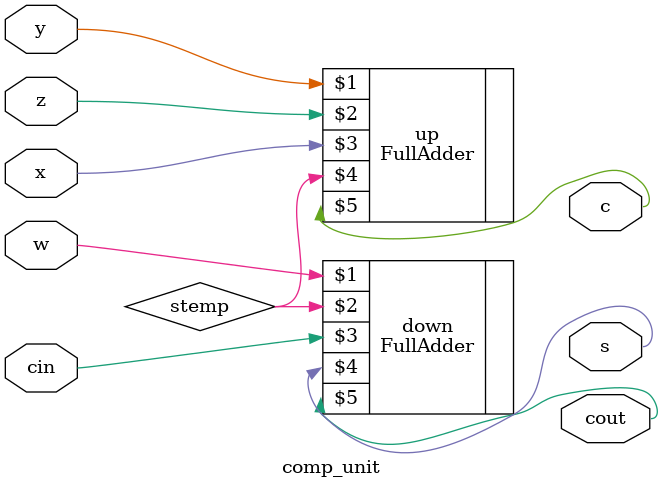
<source format=v>
`timescale 1ns / 1ps


module comp_unit(
input w,
input x,
input y,
input z,
input cin,
output c,
output s,
output cout
    );
    wire stemp;
    FullAdder up(y,z,x,stemp,c);
    FullAdder down(w,stemp,cin,s,cout);
    
endmodule

</source>
